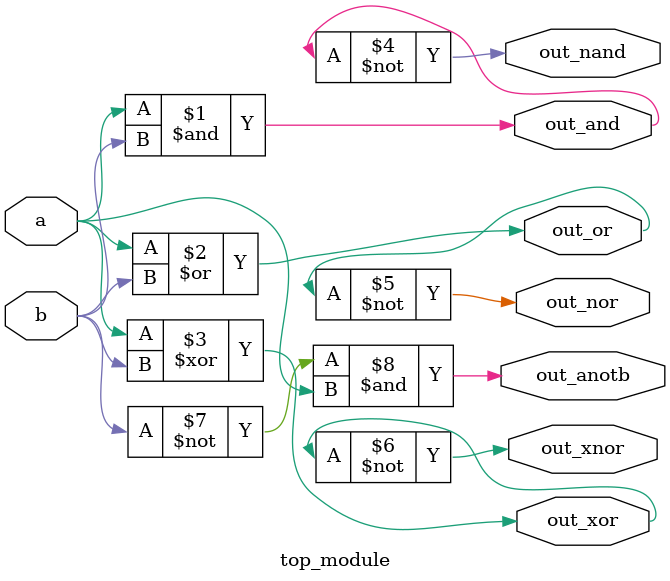
<source format=v>
module top_module( 
    input a, b,
    output out_and,
    output out_or,
    output out_xor,
    output out_nand,
    output out_nor,
    output out_xnor,
    output out_anotb
);
    assign out_and =a&b;
    assign out_or = a|b;
    assign out_xor= a^b;
    assign out_nand=~out_and;
    assign out_nor = ~out_or;
    assign out_xnor = ~out_xor;
    assign out_anotb = ~b&a;
endmodule

</source>
